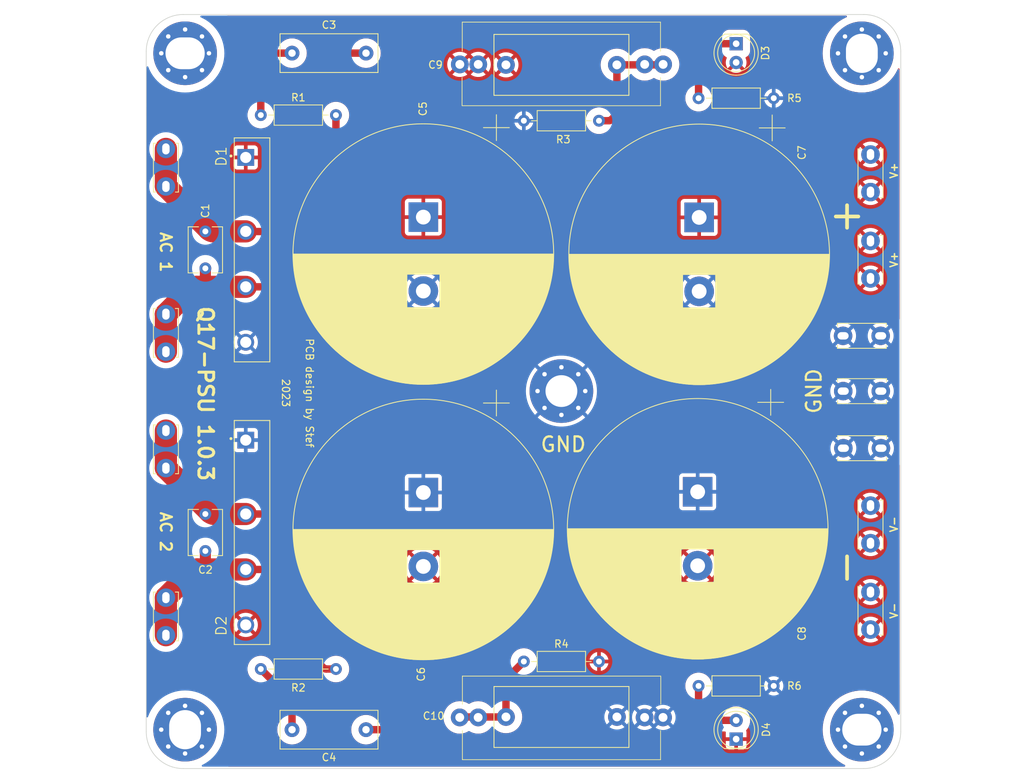
<source format=kicad_pcb>
(kicad_pcb (version 20221018) (generator pcbnew)
  (title_block (title "Q17 Power Supply") (date "2023-08-30") (rev "1.0.3") (company "by stef"))
  (layers (0 "F.Cu" signal) (31 "B.Cu" signal) (34 "B.Paste" user) (35 "F.Paste" user) (36 "B.SilkS" user "B.Silkscreen") (37 "F.SilkS" user "F.Silkscreen") (38 "B.Mask" user) (39 "F.Mask" user) (44 "Edge.Cuts" user))
  (net 0 "")
  (net 1 "GNDPWR")
  (net 2 "Net-(J1-1-Pin_1)")
  (net 3 "Net-(J1-3-Pin_1)")
  (net 4 "Net-(J1-2-Pin_1)")
  (net 5 "Net-(J1-4-Pin_1)")
  (net 6 "Net-(D3-K)")
  (net 7 "Net-(D4-A)")
  (net 8 "Net-(C3-Pad2)")
  (net 9 "Net-(C4-Pad2)")
  (net 10 "Net-(C9-Pad2)")
  (net 11 "Net-(C10-Pad2)")
  (net 12 "Net-(D3-A)")
  (net 13 "Net-(D4-K)")
  (footprint "Capacitor_THT:C_Rect_L13.0mm_W5.0mm_P10.00mm_FKS3_FKP3_MKS4" (layer "F.Cu") (at 127.762 45.212 180)
    (fp_text reference "C3" (at 5 3.81 180) (layer "F.SilkS"))
    (fp_text value "10nF")
    (pad "1" thru_hole circle (at 0 0 180) (size 2 2) (drill 1) (layers "*.Cu" "*.Mask") (net 2 "Net-(J1-1-Pin_1)"))
    (pad "2" thru_hole circle (at 10 0 180) (size 2 2) (drill 1) (layers "*.Cu" "*.Mask") (net 8 "Net-(C3-Pad2)"))
  )
  (footprint "Q17_Library:DIOB_GBJ2510" (layer "F.Cu") (at 112.356 110.05744 -90)
    (fp_text reference "D2" (at 12.62456 4.152 -90) (layer "F.SilkS") (effects (font (size 1.4 1.4))))
    (fp_text value "GBJ2510")
    (pad "1" thru_hole rect (at -12.5 0.85 270) (size 2.27 2.27) (drill 1.51) (layers "*.Cu" "*.Mask") (net 1 "GNDPWR"))
    (pad "2" thru_hole circle (at -2.5 0.85 270) (size 2.27 2.27) (drill 1.51) (layers "*.Cu" "*.Mask") (net 3 "Net-(J1-3-Pin_1)"))
    (pad "3" thru_hole circle (at 5 0.85 270) (size 2.27 2.27) (drill 1.51) (layers "*.Cu" "*.Mask") (net 5 "Net-(J1-4-Pin_1)"))
    (pad "4" thru_hole circle (at 12.5 0.85 270) (size 2.27 2.27) (drill 1.51) (layers "*.Cu" "*.Mask") (net 13 "Net-(D4-K)"))
  )
  (footprint "Capacitor_THT:C_Disc_D6.0mm_W4.4mm_P5.00mm" (layer "F.Cu") (at 106.04628 107.55744 -90)
    (fp_text reference "C2" (at 7.547355 -0.011567) (layer "F.SilkS"))
    (fp_text value "10nF")
    (pad "1" thru_hole circle (at 0 0 270) (size 1.6 1.6) (drill 0.8) (layers "*.Cu" "*.Mask") (net 3 "Net-(J1-3-Pin_1)"))
    (pad "2" thru_hole circle (at 5 0 270) (size 1.6 1.6) (drill 0.8) (layers "*.Cu" "*.Mask") (net 5 "Net-(J1-4-Pin_1)"))
  )
  (footprint "Capacitor_THT:CP_Radial_D35.0mm_P10.00mm_SnapIn" (layer "F.Cu") (at 135.513301 67.394442 -90)
    (fp_text reference "C5" (at -14.648184 0.05248 -90) (layer "F.SilkS"))
    (fp_text value "10000uF 63v")
    (pad "1" thru_hole rect (at 0 0 270) (size 4 4) (drill 2) (layers "*.Cu" "*.Mask") (net 12 "Net-(D3-A)"))
    (pad "2" thru_hole circle (at 10 0 270) (size 4 4) (drill 2) (layers "*.Cu" "*.Mask") (net 1 "GNDPWR"))
  )
  (footprint "Q17_Library:Faston_Connector_63849-1_TEC" (layer "F.Cu") (at 100.71228 96.266 90)
    (fp_text reference "J1-3" hide)
    (fp_text value "AC2-1" hide)
    (pad "1" thru_hole circle (at -5.08 0 90) (size 2.5 2.5) (drill oval 1.5 1) (layers "*.Cu" "*.Mask") (net 3 "Net-(J1-3-Pin_1)"))
    (pad "1" thru_hole circle (at 0 0 90) (size 2.5 2.5) (drill oval 1.5 1) (layers "*.Cu" "*.Mask") (net 3 "Net-(J1-3-Pin_1)"))
  )
  (footprint "Q17_Library:C_Rect_Q17_PSU_L26.50_H11.00_P20.50" (layer "F.Cu") (at 142.934353 46.736)
    (fp_text reference "C9" (at -5.779934 0.063) (layer "F.SilkS"))
    (fp_text value "220nf" hide)
    (pad "1" thru_hole circle (at -2.4892 0) (size 2.4 2.4) (drill 1.2) (layers "*.Cu" "*.Mask") (net 12 "Net-(D3-A)"))
    (pad "1" thru_hole circle (at 0 0) (size 2.4 2.4) (drill 1.2) (layers "*.Cu" "*.Mask") (net 12 "Net-(D3-A)"))
    (pad "1" thru_hole circle (at 3.743647 0.063) (size 2.4 2.4) (drill 1.2) (layers "*.Cu" "*.Mask") (net 12 "Net-(D3-A)"))
    (pad "2" thru_hole circle (at 18.743647 0.063) (size 2.4 2.4) (drill 1.2) (layers "*.Cu" "*.Mask") (net 10 "Net-(C9-Pad2)"))
    (pad "2" thru_hole circle (at 22.5 0 180) (size 2.4 2.4) (drill 1.2) (layers "*.Cu" "*.Mask") (net 10 "Net-(C9-Pad2)"))
    (pad "2" thru_hole circle (at 24.9936 0 180) (size 2.4 2.4) (drill 1.2) (layers "*.Cu" "*.Mask") (net 10 "Net-(C9-Pad2)"))
  )
  (footprint "Q17_Library:Faston_Connector_63849-1_TEC" (layer "F.Cu") (at 100.71228 118.872 90)
    (fp_text reference "J1-4" hide)
    (fp_text value "AC2-2" hide)
    (pad "1" thru_hole circle (at -5.08 0 90) (size 2.5 2.5) (drill oval 1.5 1) (layers "*.Cu" "*.Mask") (net 5 "Net-(J1-4-Pin_1)"))
    (pad "1" thru_hole circle (at 0 0 90) (size 2.5 2.5) (drill oval 1.5 1) (layers "*.Cu" "*.Mask") (net 5 "Net-(J1-4-Pin_1)"))
  )
  (footprint "MountingHole:MountingHole_4.3mm_M4_Pad_Via" (layer "F.Cu") (at 154.178 90.926419)
    (fp_text reference "#GROUND01" hide)
    (fp_text value "MountingHole_4.3mm_M4_Pad_Via" hide)
    (pad "1" thru_hole circle (at -3.225 0) (size 0.9 0.9) (drill 0.6) (layers "*.Cu" "*.Mask") (net 1 "GNDPWR"))
    (pad "1" thru_hole circle (at -2.280419 -2.280419) (size 0.9 0.9) (drill 0.6) (layers "*.Cu" "*.Mask") (net 1 "GNDPWR"))
    (pad "1" thru_hole circle (at -2.280419 2.280419) (size 0.9 0.9) (drill 0.6) (layers "*.Cu" "*.Mask") (net 1 "GNDPWR"))
    (pad "1" thru_hole circle (at 0 -3.225) (size 0.9 0.9) (drill 0.6) (layers "*.Cu" "*.Mask") (net 1 "GNDPWR"))
    (pad "1" thru_hole circle (at 0 0) (size 8.6 8.6) (drill 4.3) (layers "*.Cu" "*.Mask") (net 1 "GNDPWR"))
    (pad "1" thru_hole circle (at 0 3.225) (size 0.9 0.9) (drill 0.6) (layers "*.Cu" "*.Mask") (net 1 "GNDPWR"))
    (pad "1" thru_hole circle (at 2.280419 -2.280419) (size 0.9 0.9) (drill 0.6) (layers "*.Cu" "*.Mask") (net 1 "GNDPWR"))
    (pad "1" thru_hole circle (at 2.280419 2.280419) (size 0.9 0.9) (drill 0.6) (layers "*.Cu" "*.Mask") (net 1 "GNDPWR"))
    (pad "1" thru_hole circle (at 3.225 0) (size 0.9 0.9) (drill 0.6) (layers "*.Cu" "*.Mask") (net 1 "GNDPWR"))
  )
  (footprint "Q17_Library:Faston_Connector_63849-1_TEC" (layer "F.Cu") (at 192.278 90.932 180)
    (fp_text reference "J2-4" hide)
    (fp_text value "GNDPWR" hide)
    (pad "1" thru_hole circle (at -5.08 0 180) (size 2.5 2.5) (drill oval 1.5 1) (layers "*.Cu" "*.Mask") (net 1 "GNDPWR"))
    (pad "1" thru_hole circle (at 0 0 180) (size 2.5 2.5) (drill oval 1.5 1) (layers "*.Cu" "*.Mask") (net 1 "GNDPWR"))
  )
  (footprint "Q17_Library:Faston_Connector_63849-1_TEC" (layer "F.Cu") (at 192.295665 98.653992 180)
    (fp_text reference "J2-5" hide)
    (fp_text value "GNDPWR" hide)
    (pad "1" thru_hole circle (at -5.08 0 180) (size 2.5 2.5) (drill oval 1.5 1) (layers "*.Cu" "*.Mask") (net 1 "GNDPWR"))
    (pad "1" thru_hole circle (at 0 0 180) (size 2.5 2.5) (drill oval 1.5 1) (layers "*.Cu" "*.Mask") (net 1 "GNDPWR"))
  )
  (footprint "Capacitor_THT:C_Disc_D6.0mm_W4.4mm_P5.00mm" (layer "F.Cu") (at 106.04628 69.324941 -90)
    (fp_text reference "C1" (at -2.776941 0.000992 90) (layer "F.SilkS"))
    (fp_text value "10nF")
    (pad "1" thru_hole circle (at 0 0 270) (size 1.6 1.6) (drill 0.8) (layers "*.Cu" "*.Mask") (net 2 "Net-(J1-1-Pin_1)"))
    (pad "2" thru_hole circle (at 5 0 270) (size 1.6 1.6) (drill 0.8) (layers "*.Cu" "*.Mask") (net 4 "Net-(J1-2-Pin_1)"))
  )
  (footprint "Q17_Library:Faston_Connector_63849-1_TEC" (layer "F.Cu") (at 100.71228 58.166 90)
    (fp_text reference "J1-1" hide)
    (fp_text value "AC1-1" hide)
    (pad "1" thru_hole circle (at -5.08 0 90) (size 2.5 2.5) (drill oval 1.5 1) (layers "*.Cu" "*.Mask") (net 2 "Net-(J1-1-Pin_1)"))
    (pad "1" thru_hole circle (at 0 0 90) (size 2.5 2.5) (drill oval 1.5 1) (layers "*.Cu" "*.Mask") (net 2 "Net-(J1-1-Pin_1)"))
  )
  (footprint "MountingHole:MountingHole_4.3mm_M4_Pad_Via" (layer "F.Cu") (at 194.79428 136.729763)
    (fp_text reference "REF**" hide)
    (fp_text value "MountingHole_4.3mm_M4_Pad_Via")
    (pad "1" thru_hole circle (at -3.225 0) (size 0.9 0.9) (drill 0.6) (layers "*.Cu" "*.Mask"))
    (pad "1" thru_hole circle (at -2.280419 -2.280419) (size 0.9 0.9) (drill 0.6) (layers "*.Cu" "*.Mask"))
    (pad "1" thru_hole circle (at -2.280419 2.280419) (size 0.9 0.9) (drill 0.6) (layers "*.Cu" "*.Mask"))
    (pad "1" thru_hole circle (at 0 -3.225) (size 0.9 0.9) (drill 0.6) (layers "*.Cu" "*.Mask"))
    (pad "1" thru_hole circle (at 0 0) (size 8.6 8.6) (drill oval 5.3 4.3) (layers "*.Cu" "*.Mask"))
    (pad "1" thru_hole circle (at 0 3.225) (size 0.9 0.9) (drill 0.6) (layers "*.Cu" "*.Mask"))
    (pad "1" thru_hole circle (at 2.280419 -2.280419) (size 0.9 0.9) (drill 0.6) (layers "*.Cu" "*.Mask"))
    (pad "1" thru_hole circle (at 2.280419 2.280419) (size 0.9 0.9) (drill 0.6) (layers "*.Cu" "*.Mask"))
    (pad "1" thru_hole circle (at 3.225 0) (size 0.9 0.9) (drill 0.6) (layers "*.Cu" "*.Mask"))
  )
  (footprint "Capacitor_THT:CP_Radial_D35.0mm_P10.00mm_SnapIn" (layer "F.Cu") (at 172.597301 104.554 -90)
    (fp_text reference "C8" (at 19.181059 -14.092699 -90) (layer "F.SilkS"))
    (fp_text value "10000uF 63v")
    (pad "1" thru_hole rect (at 0 0 270) (size 4 4) (drill 2) (layers "*.Cu" "*.Mask") (net 1 "GNDPWR"))
    (pad "2" thru_hole circle (at 10 0 270) (size 4 4) (drill 2) (layers "*.Cu" "*.Mask") (net 13 "Net-(D4-K)"))
  )
  (footprint "Resistor_THT:R_Axial_DIN0207_L6.3mm_D2.5mm_P10.16mm_Horizontal" (layer "F.Cu") (at 113.538 128.524)
    (fp_text reference "R2" (at 5.08 2.54) (layer "F.SilkS"))
    (fp_text value "10R")
    (pad "1" thru_hole circle (at 0 0) (size 1.6 1.6) (drill 0.8) (layers "*.Cu" "*.Mask") (net 9 "Net-(C4-Pad2)"))
    (pad "2" thru_hole oval (at 10.16 0) (size 1.6 1.6) (drill 0.8) (layers "*.Cu" "*.Mask") (net 5 "Net-(J1-4-Pin_1)"))
  )
  (footprint "Resistor_THT:R_Axial_DIN0207_L6.3mm_D2.5mm_P10.16mm_Horizontal" (layer "F.Cu") (at 149.098 127.508)
    (fp_text reference "R4" (at 5.08 -2.37) (layer "F.SilkS"))
    (fp_text value "10R" hide)
    (pad "1" thru_hole circle (at 0 0) (size 1.6 1.6) (drill 0.8) (layers "*.Cu" "*.Mask") (net 11 "Net-(C10-Pad2)"))
    (pad "2" thru_hole oval (at 10.16 0) (size 1.6 1.6) (drill 0.8) (layers "*.Cu" "*.Mask") (net 13 "Net-(D4-K)"))
  )
  (footprint "LED_THT:LED_D5.0mm" (layer "F.Cu") (at 177.8 138.004763 90)
    (fp_text reference "D4" (at 1.27 4.064 90) (layer "F.SilkS"))
    (fp_text value "LED")
    (pad "1" thru_hole rect (at 0 0 90) (size 1.8 1.8) (drill 0.9) (layers "*.Cu" "*.Mask") (net 13 "Net-(D4-K)"))
    (pad "2" thru_hole circle (at 2.54 0 90) (size 1.8 1.8) (drill 0.9) (layers "*.Cu" "*.Mask") (net 7 "Net-(D4-A)"))
  )
  (footprint "Q17_Library:Faston_Connector_63849-1_TEC" (layer "F.Cu") (at 195.96228 75.692 -90)
    (fp_text reference "J2-2" hide)
    (fp_text value "V+" (at -2.54 -3.17372 90) (layer "F.SilkS") (effects (font (thickness 0.2) bold)))
    (pad "1" thru_hole circle (at -5.08 0 270) (size 2.5 2.5) (drill oval 1.5 1) (layers "*.Cu" "*.Mask") (net 12 "Net-(D3-A)"))
    (pad "1" thru_hole circle (at 0 0 270) (size 2.5 2.5) (drill oval 1.5 1) (layers "*.Cu" "*.Mask") (net 12 "Net-(D3-A)"))
  )
  (footprint "Q17_Library:Faston_Connector_63849-1_TEC" (layer "F.Cu") (at 192.255665 83.453992 180)
    (fp_text reference "J2-3" hide)
    (fp_text value "GNDPWR" hide)
    (pad "1" thru_hole circle (at -5.08 0 180) (size 2.5 2.5) (drill oval 1.5 1) (layers "*.Cu" "*.Mask") (net 1 "GNDPWR"))
    (pad "1" thru_hole circle (at 0 0 180) (size 2.5 2.5) (drill oval 1.5 1) (layers "*.Cu" "*.Mask") (net 1 "GNDPWR"))
  )
  (footprint "Q17_Library:Faston_Connector_63849-1_TEC" (layer "F.Cu") (at 195.96228 111.506 -90)
    (fp_text reference "J2-6" hide)
    (fp_text value "V-" (at -2.554323 -3.17372 90) (layer "F.SilkS") (effects (font (thickness 0.2) bold)))
    (pad "1" thru_hole circle (at -5.08 0 270) (size 2.5 2.5) (drill oval 1.5 1) (layers "*.Cu" "*.Mask") (net 13 "Net-(D4-K)"))
    (pad "1" thru_hole circle (at 0 0 270) (size 2.5 2.5) (drill oval 1.5 1) (layers "*.Cu" "*.Mask") (net 13 "Net-(D4-K)"))
  )
  (footprint "Capacitor_THT:C_Rect_L13.0mm_W5.0mm_P10.00mm_FKS3_FKP3_MKS4" (layer "F.Cu") (at 127.762 136.729763 180)
    (fp_text reference "C4" (at 5 -3.75 180) (layer "F.SilkS"))
    (fp_text value "10nF")
    (pad "1" thru_hole circle (at 0 0 180) (size 2 2) (drill 1) (layers "*.Cu" "*.Mask") (net 3 "Net-(J1-3-Pin_1)"))
    (pad "2" thru_hole circle (at 10 0 180) (size 2 2) (drill 1) (layers "*.Cu" "*.Mask") (net 9 "Net-(C4-Pad2)"))
  )
  (footprint "Q17_Library:DIOB_GBJ2510" (layer "F.Cu") (at 112.356 71.824941 -90)
    (fp_text reference "D1" (at -12.642941 4.152 -90) (layer "F.SilkS") (effects (font (size 1.4 1.4))))
    (fp_text value "GBJ2510")
    (pad "1" thru_hole rect (at -12.5 0.85 270) (size 2.27 2.27) (drill 1.51) (layers "*.Cu" "*.Mask") (net 12 "Net-(D3-A)"))
    (pad "2" thru_hole circle (at -2.5 0.85 270) (size 2.27 2.27) (drill 1.51) (layers "*.Cu" "*.Mask") (net 2 "Net-(J1-1-Pin_1)"))
    (pad "3" thru_hole circle (at 5 0.85 270) (size 2.27 2.27) (drill 1.51) (layers "*.Cu" "*.Mask") (net 4 "Net-(J1-2-Pin_1)"))
    (pad "4" thru_hole circle (at 12.5 0.85 270) (size 2.27 2.27) (drill 1.51) (layers "*.Cu" "*.Mask") (net 1 "GNDPWR"))
  )
  (footprint "Q17_Library:Faston_Connector_63849-1_TEC" (layer "F.Cu") (at 100.71228 80.518 90)
    (fp_text reference "J1-2" hide)
    (fp_text value "AC1-2" hide)
    (pad "1" thru_hole circle (at -5.08 0 90) (size 2.5 2.5) (drill oval 1.5 1) (layers "*.Cu" "*.Mask") (net 4 "Net-(J1-2-Pin_1)"))
    (pad "1" thru_hole circle (at 0 0 90) (size 2.5 2.5) (drill oval 1.5 1) (layers "*.Cu" "*.Mask") (net 4 "Net-(J1-2-Pin_1)"))
  )
  (footprint "Resistor_THT:R_Axial_DIN0207_L6.3mm_D2.5mm_P10.16mm_Horizontal" (layer "F.Cu") (at 159.258 54.356 180)
    (fp_text reference "R3" (at 4.826 -2.54) (layer "F.SilkS"))
    (fp_text value "10R" hide)
    (pad "1" thru_hole circle (at 0 0 180) (size 1.6 1.6) (drill 0.8) (layers "*.Cu" "*.Mask") (net 10 "Net-(C9-Pad2)"))
    (pad "2" thru_hole oval (at 10.16 0 180) (size 1.6 1.6) (drill 0.8) (layers "*.Cu" "*.Mask") (net 1 "GNDPWR"))
  )
  (footprint "MountingHole:MountingHole_4.3mm_M4_Pad_Via" (layer "F.Cu") (at 194.79428 45.238963)
    (fp_text reference "REF**" hide)
    (fp_text value "MountingHole_4.3mm_M4_Pad_Via")
    (pad "1" thru_hole circle (at -3.225 0) (size 0.9 0.9) (drill 0.6) (layers "*.Cu" "*.Mask"))
    (pad "1" thru_hole circle (at -2.280419 -2.280419) (size 0.9 0.9) (drill 0.6) (layers "*.Cu" "*.Mask"))
    (pad "1" thru_hole circle (at -2.280419 2.280419) (size 0.9 0.9) (drill 0.6) (layers "*.Cu" "*.Mask"))
    (pad "1" thru_hole circle (at 0 -3.225) (size 0.9 0.9) (drill 0.6) (layers "*.Cu" "*.Mask"))
    (pad "1" thru_hole circle (at 0 0) (size 8.6 8.6) (drill oval 4.3 5.3) (layers "*.Cu" "*.Mask"))
    (pad "1" thru_hole circle (at 0 3.225) (size 0.9 0.9) (drill 0.6) (layers "*.Cu" "*.Mask"))
    (pad "1" thru_hole circle (at 2.280419 -2.280419) (size 0.9 0.9) (drill 0.6) (layers "*.Cu" "*.Mask"))
    (pad "1" thru_hole circle (at 2.280419 2.280419) (size 0.9 0.9) (drill 0.6) (layers "*.Cu" "*.Mask"))
    (pad "1" thru_hole circle (at 3.225 0) (size 0.9 0.9) (drill 0.6) (layers "*.Cu" "*.Mask"))
  )
  (footprint "Capacitor_THT:CP_Radial_D35.0mm_P10.00mm_SnapIn" (layer "F.Cu") (at 135.513301 104.648 -90)
    (fp_text reference "C6" (at 24.589317 0.30648 -90) (layer "F.SilkS"))
    (fp_text value "10000uF 63v")
    (pad "1" thru_hole rect (at 0 0 270) (size 4 4) (drill 2) (layers "*.Cu" "*.Mask") (net 1 "GNDPWR"))
    (pad "2" thru_hole circle (at 10 0 270) (size 4 4) (drill 2) (layers "*.Cu" "*.Mask") (net 13 "Net-(D4-K)"))
  )
  (footprint "Q17_Library:C_Rect_Q17_PSU_L26.50_H11.00_P20.50" (layer "F.Cu") (at 165.427229 135.072553 180)
    (fp_text reference "C10" (at 28.521229 0.198553 180) (layer "F.SilkS"))
    (fp_text value "220nF" hide)
    (pad "1" thru_hole circle (at -2.4892 0 180) (size 2.4 2.4) (drill 1.2) (layers "*.Cu" "*.Mask") (net 1 "GNDPWR"))
    (pad "1" thru_hole circle (at 0 0 180) (size 2.4 2.4) (drill 1.2) (layers "*.Cu" "*.Mask") (net 1 "GNDPWR"))
    (pad "1" thru_hole circle (at 3.743647 0.063 180) (size 2.4 2.4) (drill 1.2) (layers "*.Cu" "*.Mask") (net 1 "GNDPWR"))
    (pad "2" thru_hole circle (at 18.743647 0.063 180) (size 2.4 2.4) (drill 1.2) (layers "*.Cu" "*.Mask") (net 11 "Net-(C10-Pad2)"))
    (pad "2" thru_hole circle (at 22.5 0) (size 2.4 2.4) (drill 1.2) (layers "*.Cu" "*.Mask") (net 11 "Net-(C10-Pad2)"))
    (pad "2" thru_hole circle (at 24.9936 0) (size 2.4 2.4) (drill 1.2) (layers "*.Cu" "*.Mask") (net 11 "Net-(C10-Pad2)"))
  )
  (footprint "LED_THT:LED_D5.0mm" (layer "F.Cu") (at 177.8 43.937 -90)
    (fp_text reference "D3" (at 1.27 -3.96 -90) (layer "F.SilkS"))
    (fp_text value "LED")
    (pad "1" thru_hole rect (at 0 0 270) (size 1.8 1.8) (drill 0.9) (layers "*.Cu" "*.Mask") (net 6 "Net-(D3-K)"))
    (pad "2" thru_hole circle (at 2.54 0 270) (size 1.8 1.8) (drill 0.9) (layers "*.Cu" "*.Mask") (net 12 "Net-(D3-A)"))
  )
  (footprint "MountingHole:MountingHole_4.3mm_M4_Pad_Via" (layer "F.Cu") (at 103.309061 45.233382)
    (fp_text reference "REF**" hide)
    (fp_text value "MountingHole_4.3mm_M4_Pad_Via")
    (pad "1" thru_hole circle (at -3.225 0) (size 0.9 0.9) (drill 0.6) (layers "*.Cu" "*.Mask"))
    (pad "1" thru_hole circle (at -2.280419 -2.280419) (size 0.9 0.9) (drill 0.6) (layers "*.Cu" "*.Mask"))
    (pad "1" thru_hole circle (at -2.280419 2.280419) (size 0.9 0.9) (drill 0.6) (layers "*.Cu" "*.Mask"))
    (pad "1" thru_hole circle (at 0 -3.225) (size 0.9 0.9) (drill 0.6) (layers "*.Cu" "*.Mask"))
    (pad "1" thru_hole circle (at 0 0) (size 8.6 8.6) (drill oval 5.3 4.3) (layers "*.Cu" "*.Mask"))
    (pad "1" thru_hole circle (at 0 3.225) (size 0.9 0.9) (drill 0.6) (layers "*.Cu" "*.Mask"))
    (pad "1" thru_hole circle (at 2.280419 -2.280419) (size 0.9 0.9) (drill 0.6) (layers "*.Cu" "*.Mask"))
    (pad "1" thru_hole circle (at 2.280419 2.280419) (size 0.9 0.9) (drill 0.6) (layers "*.Cu" "*.Mask"))
    (pad "1" thru_hole circle (at 3.225 0) (size 0.9 0.9) (drill 0.6) (layers "*.Cu" "*.Mask"))
  )
  (footprint "Resistor_THT:R_Axial_DIN0207_L6.3mm_D2.5mm_P10.16mm_Horizontal" (layer "F.Cu") (at 113.538 53.594)
    (fp_text reference "R1" (at 5.08 -2.37) (layer "F.SilkS"))
    (fp_text value "10R")
    (pad "1" thru_hole circle (at 0 0) (size 1.6 1.6) (drill 0.8) (layers "*.Cu" "*.Mask") (net 8 "Net-(C3-Pad2)"))
    (pad "2" thru_hole oval (at 10.16 0) (size 1.6 1.6) (drill 0.8) (layers "*.Cu" "*.Mask") (net 4 "Net-(J1-2-Pin_1)"))
  )
  (footprint "Q17_Library:Faston_Connector_63849-1_TEC" (layer "F.Cu") (at 195.96228 64.008 -90)
    (fp_text reference "J2-1" hide)
    (fp_text value "V+" (at -2.8956 -3.17372 90) (layer "F.SilkS") (effects (font (thickness 0.2) bold)))
    (pad "1" thru_hole circle (at -5.08 0 270) (size 2.5 2.5) (drill oval 1.5 1) (layers "*.Cu" "*.Mask") (net 12 "Net-(D3-A)"))
    (pad "1" thru_hole circle (at 0 0 270) (size 2.5 2.5) (drill oval 1.5 1) (layers "*.Cu" "*.Mask") (net 12 "Net-(D3-A)"))
  )
  (footprint "Resistor_THT:R_Axial_DIN0207_L6.3mm_D2.5mm_P10.16mm_Horizontal" (layer "F.Cu") (at 172.72 51.308)
    (fp_text reference "R5" (at 12.954 0) (layer "F.SilkS"))
    (fp_text value "10K")
    (pad "1" thru_hole circle (at 0 0) (size 1.6 1.6) (drill 0.8) (layers "*.Cu" "*.Mask") (net 6 "Net-(D3-K)"))
    (pad "2" thru_hole oval (at 10.16 0) (size 1.6 1.6) (drill 0.8) (layers "*.Cu" "*.Mask") (net 1 "GNDPWR"))
  )
  (footprint "Capacitor_THT:CP_Radial_D35.0mm_P10.00mm_SnapIn" (layer "F.Cu") (at 172.800501 67.432941 -90)
    (fp_text reference "C7" (at -8.758941 -13.889499 -90) (layer "F.SilkS"))
    (fp_text value "10000uF 63v")
    (pad "1" thru_hole rect (at 0 0 270) (size 4 4) (drill 2) (layers "*.Cu" "*.Mask") (net 12 "Net-(D3-A)"))
    (pad "2" thru_hole circle (at 10 0 270) (size 4 4) (drill 2) (layers "*.Cu" "*.Mask") (net 1 "GNDPWR"))
  )
  (footprint "Q17_Library:Faston_Connector_63849-1_TEC" (layer "F.Cu") (at 195.96228 123.19 -90)
    (fp_text reference "J2-7" hide)
    (fp_text value "V-" (at -2.54 -3.17372 90) (layer "F.SilkS") (effects (font (thickness 0.2) bold)))
    (pad "1" thru_hole circle (at -5.08 0 270) (size 2.5 2.5) (drill oval 1.5 1) (layers "*.Cu" "*.Mask") (net 13 "Net-(D4-K)"))
    (pad "1" thru_hole circle (at 0 0 270) (size 2.5 2.5) (drill oval 1.5 1) (layers "*.Cu" "*.Mask") (net 13 "Net-(D4-K)"))
  )
  (footprint "MountingHole:MountingHole_4.3mm_M4_Pad_Via" (layer "F.Cu") (at 103.30348 136.729763)
    (fp_text reference "REF**" hide)
    (fp_text value "MountingHole_4.3mm_M4_Pad_Via")
    (pad "1" thru_hole circle (at -3.225 0) (size 0.9 0.9) (drill 0.6) (layers "*.Cu" "*.Mask"))
    (pad "1" thru_hole circle (at -2.280419 -2.280419) (size 0.9 0.9) (drill 0.6) (layers "*.Cu" "*.Mask"))
    (pad "1" thru_hole circle (at -2.280419 2.280419) (size 0.9 0.9) (drill 0.6) (layers "*.Cu" "*.Mask"))
    (pad "1" thru_hole circle (at 0 -3.225) (size 0.9 0.9) (drill 0.6) (layers "*.Cu" "*.Mask"))
    (pad "1" thru_hole circle (at 0 0) (size 8.6 8.6) (drill oval 4.3 5.3) (layers "*.Cu" "*.Mask"))
    (pad "1" thru_hole circle (at 0 3.225) (size 0.9 0.9) (drill 0.6) (layers "*.Cu" "*.Mask"))
    (pad "1" thru_hole circle (at 2.280419 -2.280419) (size 0.9 0.9) (drill 0.6) (layers "*.Cu" "*.Mask"))
    (pad "1" thru_hole circle (at 2.280419 2.280419) (size 0.9 0.9) (drill 0.6) (layers "*.Cu" "*.Mask"))
    (pad "1" thru_hole circle (at 3.225 0) (size 0.9 0.9) (drill 0.6) (layers "*.Cu" "*.Mask"))
  )
  (footprint "Resistor_THT:R_Axial_DIN0207_L6.3mm_D2.5mm_P10.16mm_Horizontal" (layer "F.Cu") (at 182.88 130.81 180)
    (fp_text reference "R6" (at -2.794 0) (layer "F.SilkS"))
    (fp_text value "10K")
    (pad "1" thru_hole circle (at 0 0 180) (size 1.6 1.6) (drill 0.8) (layers "*.Cu" "*.Mask") (net 1 "GNDPWR"))
    (pad "2" thru_hole oval (at 10.16 0 180) (size 1.6 1.6) (drill 0.8) (layers "*.Cu" "*.Mask") (net 7 "Net-(D4-A)"))
  )
  (gr_line (start 98.05348 136.988963) (end 98.05348 44.988963) (stroke (width 0.1)) (layer "Edge.Cuts"))
  (gr_arc (start 200.05348 136.988963) (mid 198.589 140.524471) (end 195.05348 141.988963) (stroke (width 0.1)) (layer "Edge.Cuts"))
  (gr_line (start 103.05348 39.988963) (end 195.05348 39.988963) (stroke (width 0.1)) (layer "Edge.Cuts"))
  (gr_line (start 195.05348 141.988963) (end 103.05348 141.988963) (stroke (width 0.1)) (layer "Edge.Cuts"))
  (gr_line (start 200.05348 44.988963) (end 200.05348 136.988963) (stroke (width 0.1)) (layer "Edge.Cuts"))
  (gr_arc (start 98.05348 44.988963) (mid 99.517946 41.453429) (end 103.05348 39.988963) (stroke (width 0.1)) (layer "Edge.Cuts"))
  (gr_arc (start 103.05348 141.988963) (mid 99.517932 140.524499) (end 98.05348 136.988963) (stroke (width 0.1)) (layer "Edge.Cuts"))
  (gr_arc (start 195.05348 39.988963) (mid 198.589 41.453432) (end 200.05348 44.988963) (stroke (width 0.1)) (layer "Edge.Cuts"))
  (gr_text "GND" (at 154.432 99.314) (layer "F.SilkS") (effects (font (size 2 2) (thickness 0.3) bold) (justify bottom)))
  (gr_text "-" (at 190.754 114.808 270) (layer "F.SilkS") (effects (font (size 4 4) (thickness 0.5)) (justify bottom)))
  (gr_text "PCB design by Stef\n\n2023" (at 116.332 91.186 -90) (layer "F.SilkS") (effects (font (size 1 1)) (justify bottom)))
  (gr_text "Q17-PSU 1.0.3" (at 104.902 79.248 270) (layer "F.SilkS") (effects (font (size 2 2) (thickness 0.4) bold) (justify left bottom)))
  (gr_text "GND" (at 189.484 90.932 90) (layer "F.SilkS") (effects (font (size 2 2) (thickness 0.3) bold) (justify bottom)))
  (gr_text "+" (at 190.754 67.31 270) (layer "F.SilkS") (effects (font (size 4 4) (thickness 0.5)) (justify bottom)))
  (gr_text "AC 1" (at 99.822 72.136 270) (layer "F.SilkS") (effects (font (size 1.5 1.5) (thickness 0.3) bold) (justify bottom)))
  (gr_text "AC 2" (at 99.822 109.982 270) (layer "F.SilkS") (effects (font (size 1.5 1.5) (thickness 0.3) bold) (justify bottom)))
  (segment (start 119.018447 50.907553) (end 124.567554 45.358446) (width 1) (layer "F.Cu") (net 2))
  (segment (start 107.205435 69.324941) (end 111.506 69.324941) (width 3) (layer "F.Cu") (net 2))
  (segment (start 100.71228 63.246) (end 106.498328 69.032048) (width 3) (layer "F.Cu") (net 2))
  (segment (start 118.872 66.086893) (end 118.872 51.261107) (width 1) (layer "F.Cu") (net 2))
  (segment (start 115.970447 69.195553) (end 118.725554 66.440446) (width 1) (layer "F.Cu") (net 2))
  (segment (start 111.523059 69.342) (end 115.616893 69.342) (width 1) (layer "F.Cu") (net 2))
  (segment (start 124.921107 45.212) (end 127.762 45.212) (width 1) (layer "F.Cu") (net 2))
  (segment (start 100.71228 63.246) (end 100.71228 58.166) (width 3) (layer "F.Cu") (net 2))
  (arc (start 118.725554 66.440446) (mid 118.83394 66.278234) (end 118.872 66.086893) (width 1) (layer "F.Cu") (net 2))
  (arc (start 118.872 51.261107) (mid 118.91006 51.069765) (end 119.018447 50.907553) (width 1) (layer "F.Cu") (net 2))
  (arc (start 115.616893 69.342) (mid 115.808235 69.30394) (end 115.970447 69.195553) (width 1) (layer "F.Cu") (net 2))
  (arc (start 124.921107 45.212) (mid 124.729766 45.25006) (end 124.567554 45.358446) (width 1) (layer "F.Cu") (net 2))
  (arc (start 106.498328 69.032048) (mid 106.822751 69.248821) (end 107.205435 69.324941) (width 3) (layer "F.Cu") (net 2))
  (segment (start 125.984 110.697107) (end 125.984 116.124893) (width 1) (layer "F.Cu") (net 3))
  (segment (start 111.506 107.55744) (end 122.844333 107.55744) (width 1) (layer "F.Cu") (net 3))
  (segment (start 131.064 121.619107) (end 131.064 135.428893) (width 1) (layer "F.Cu") (net 3))
  (segment (start 106.630827 107.264547) (end 100.71228 101.346) (width 3) (layer "F.Cu") (net 3))
  (segment (start 126.130447 116.478447) (end 130.917554 121.265554) (width 1) (layer "F.Cu") (net 3))
  (segment (start 130.917553 135.782447) (end 130.116683 136.583317) (width 1) (layer "F.Cu") (net 3))
  (segment (start 100.71228 101.346) (end 100.71228 96.266) (width 3) (layer "F.Cu") (net 3))
  (segment (start 123.197887 107.703887) (end 125.837554 110.343554) (width 1) (layer "F.Cu") (net 3))
  (segment (start 129.76313 136.729763) (end 127.762 136.729763) (width 1) (layer "F.Cu") (net 3))
  (segment (start 111.506 107.55744) (end 107.337934 107.55744) (width 3) (layer "F.Cu") (net 3))
  (arc (start 122.844333 107.55744) (mid 123.035675 107.5955) (end 123.197887 107.703887) (width 1) (layer "F.Cu") (net 3))
  (arc (start 106.630827 107.264547) (mid 106.95525 107.48132) (end 107.337934 107.55744) (width 3) (layer "F.Cu") (net 3))
  (arc (start 130.917554 121.265554) (mid 131.02594 121.427766) (end 131.064 121.619107) (width 1) (layer "F.Cu") (net 3))
  (arc (start 125.984 116.124893) (mid 126.02206 116.316235) (end 126.130447 116.478447) (width 1) (layer "F.Cu") (net 3))
  (arc (start 125.984 110.697107) (mid 125.94594 110.505766) (end 125.837554 110.343554) (width 1) (layer "F.Cu") (net 3))
  (arc (start 130.116683 136.583317) (mid 129.954471 136.691703) (end 129.76313 136.729763) (width 1) (layer "F.Cu") (net 3))
  (arc (start 130.917553 135.782447) (mid 131.02594 135.620235) (end 131.064 135.428893) (width 1) (layer "F.Cu") (net 3))
  (segment (start 123.698 53.594) (end 123.698 73.452893) (width 1) (layer "F.Cu") (net 4))
  (segment (start 100.728887 80.501393) (end 100.71228 80.518) (width 3) (layer "F.Cu") (net 4))
  (segment (start 106.04628 74.324941) (end 106.04628 76.699221) (width 1.5) (layer "F.Cu") (net 4))
  (segment (start 120.325952 76.824941) (end 111.506 76.824941) (width 1) (layer "F.Cu") (net 4))
  (segment (start 104.112446 77.117834) (end 100.71228 80.518) (width 3) (layer "F.Cu") (net 4))
  (segment (start 100.71228 80.518) (end 100.71228 85.598) (width 3) (layer "F.Cu") (net 4))
  (segment (start 106.04628 76.699221) (end 102.227501 80.518) (width 0.25) (layer "F.Cu") (net 4))
  (segment (start 102.227501 80.518) (end 100.71228 80.518) (width 0.25) (layer "F.Cu") (net 4))
  (segment (start 111.506 76.824941) (end 104.819553 76.824941) (width 3) (layer "F.Cu") (net 4))
  (segment (start 123.551553 73.806447) (end 120.679505 76.678495) (width 1) (layer "F.Cu") (net 4))
  (arc (start 123.698 73.452893) (mid 123.65994 73.644235) (end 123.551553 73.806447) (width 1) (layer "F.Cu") (net 4))
  (arc (start 104.112446 77.117834) (mid 104.436869 76.901061) (end 104.819553 76.824941) (width 3) (layer "F.Cu") (net 4))
  (arc (start 120.325952 76.824941) (mid 120.517293 76.786881) (end 120.679505 76.678495) (width 1) (layer "F.Cu") (net 4))
  (segment (start 111.506 115.05744) (end 104.941054 115.05744) (width 3) (layer "F.Cu") (net 5))
  (segment (start 118.759887 115.203887) (end 119.995554 116.439554) (width 1) (layer "F.Cu") (net 5))
  (segment (start 120.288447 126.638447) (end 122.027554 128.377554) (width 1) (layer "F.Cu") (net 5))
  (segment (start 104.233947 115.350333) (end 100.71228 118.872) (width 3) (layer "F.Cu") (net 5))
  (segment (start 106.04628 114.92916) (end 105.664 115.31144) (width 0.25) (layer "F.Cu") (net 5))
  (segment (start 111.506 115.05744) (end 118.406333 115.05744) (width 1) (layer "F.Cu") (net 5))
  (segment (start 122.381107 128.524) (end 123.698 128.524) (width 1) (layer "F.Cu") (net 5))
  (segment (start 120.142 116.793107) (end 120.142 126.284893) (width 1) (layer "F.Cu") (net 5))
  (segment (start 100.71228 118.872) (end 100.71228 123.952) (width 3) (layer "F.Cu") (net 5))
  (segment (start 106.04628 112.55744) (end 106.04628 114.92916) (width 1.5) (layer "F.Cu") (net 5))
  (arc (start 104.233947 115.350333) (mid 104.55837 115.13356) (end 104.941054 115.05744) (width 3) (layer "F.Cu") (net 5))
  (arc (start 119.995554 116.439554) (mid 120.10394 116.601766) (end 120.142 116.793107) (width 1) (layer "F.Cu") (net 5))
  (arc (start 118.406333 115.05744) (mid 118.597675 115.0955) (end 118.759887 115.203887) (width 1) (layer "F.Cu") (net 5))
  (arc (start 122.381107 128.524) (mid 122.189766 128.48594) (end 122.027554 128.377554) (width 1) (layer "F.Cu") (net 5))
  (arc (start 120.142 126.284893) (mid 120.18006 126.476235) (end 120.288447 126.638447) (width 1) (layer "F.Cu") (net 5))
  (segment (start 172.866447 46.453833) (end 175.236834 44.083446) (width 1) (layer "F.Cu") (net 6))
  (segment (start 175.590387 43.937) (end 177.8 43.937) (width 1) (layer "F.Cu") (net 6))
  (segment (start 172.72 51.308) (end 172.72 46.807387) (width 1) (layer "F.Cu") (net 6))
  (arc (start 172.866447 46.453833) (mid 172.75806 46.616045) (end 172.72 46.807387) (width 1) (layer "F.Cu") (net 6))
  (arc (start 175.236834 44.083446) (mid 175.399046 43.97506) (end 175.590387 43.937) (width 1) (layer "F.Cu") (net 6))
  (segment (start 177.8 135.464763) (end 175.04187 135.464763) (width 1) (layer "F.Cu") (net 7))
  (segment (start 174.688316 135.318316) (end 172.866446 133.496446) (width 1) (layer "F.Cu") (net 7))
  (segment (start 172.72 133.142893) (end 172.72 130.81) (width 1) (layer "F.Cu") (net 7))
  (arc (start 172.866446 133.496446) (mid 172.75806 133.334234) (end 172.72 133.142893) (width 1) (layer "F.Cu") (net 7))
  (arc (start 175.04187 135.464763) (mid 174.850528 135.426703) (end 174.688316 135.318316) (width 1) (layer "F.Cu") (net 7))
  (segment (start 115.015107 45.212) (end 117.762 45.212) (width 1) (layer "F.Cu") (net 8))
  (segment (start 113.684447 46.335553) (end 114.661554 45.358446) (width 1) (layer "F.Cu") (net 8))
  (segment (start 113.538 53.594) (end 113.538 46.689107) (width 1) (layer "F.Cu") (net 8))
  (arc (start 115.015107 45.212) (mid 114.823766 45.25006) (end 114.661554 45.358446) (width 1) (layer "F.Cu") (net 8))
  (arc (start 113.684447 46.335553) (mid 113.57606 46.497765) (end 113.538 46.689107) (width 1) (layer "F.Cu") (net 8))
  (segment (start 113.538 128.524) (end 117.615554 132.601554) (width 1) (layer "F.Cu") (net 9))
  (segment (start 117.762 132.955107) (end 117.762 136.729763) (width 1) (layer "F.Cu") (net 9))
  (arc (start 117.615554 132.601554) (mid 117.72394 132.763766) (end 117.762 132.955107) (width 1) (layer "F.Cu") (net 9))
  (segment (start 161.531553 53.606447) (end 160.928446 54.209554) (width 1) (layer "F.Cu") (net 10))
  (segment (start 161.678 46.799) (end 167.864953 46.799) (width 1) (layer "F.Cu") (net 10))
  (segment (start 161.678 46.799) (end 161.678 53.252893) (width 1) (layer "F.Cu") (net 10))
  (segment (start 160.574893 54.356) (end 159.258 54.356) (width 1) (layer "F.Cu") (net 10))
  (arc (start 160.928446 54.209554) (mid 160.766234 54.31794) (end 160.574893 54.356) (width 1) (layer "F.Cu") (net 10))
  (arc (start 161.531553 53.606447) (mid 161.63994 53.444235) (end 161.678 53.252893) (width 1) (layer "F.Cu") (net 10))
  (segment (start 149.098 127.508) (end 146.830027 129.775973) (width 1) (layer "F.Cu") (net 11))
  (segment (start 146.683582 135.009553) (end 140.496629 135.009553) (width 1) (layer "F.Cu") (net 11))
  (segment (start 146.683581 130.129526) (end 146.683582 135.009553) (width 1) (layer "F.Cu") (net 11))
  (arc (start 146.683581 130.129526) (mid 146.721641 129.938185) (end 146.830027 129.775973) (width 1) (layer "F.Cu") (net 11))
  (zone (net 12) (net_name "Net-(D3-A)") (layer "F.Cu") (connect_pads (clearance 1)) (min_thickness 0.25) (fill yes (thermal_gap 0.5) (thermal_bridge_width 0.5) (island_removal_mode 1) (island_area_min 10))
    (polygon (pts (xy 199.898 40.132) (xy 199.898 81.28) (xy 189.484 81.28) (xy 189.484 90.135773) (xy 108.986719 90.511645) (xy 108.966 40.132)))
  )
  (zone (net 13) (net_name "Net-(D4-K)") (layer "F.Cu") (connect_pads (clearance 1)) (min_thickness 0.25) (fill yes (thermal_gap 0.5) (thermal_bridge_width 0.5) (island_removal_mode 1) (island_area_min 10))
    (polygon (pts (xy 189.483981 91.433055) (xy 189.484 100.838) (xy 199.898 100.838) (xy 199.898 141.732) (xy 109.0752 141.732) (xy 108.966 91.657523)))
  )
  (zone (net 1) (net_name "GNDPWR") (layer "B.Cu") (connect_pads (clearance 1)) (min_thickness 0.25) (fill yes (thermal_gap 0.5) (thermal_bridge_width 0.5) (island_removal_mode 1) (island_area_min 10))
    (polygon (pts (xy 199.85028 40.138163) (xy 199.90108 141.732) (xy 98.044 141.732) (xy 98.09788 40.138163)))
  )
)
</source>
